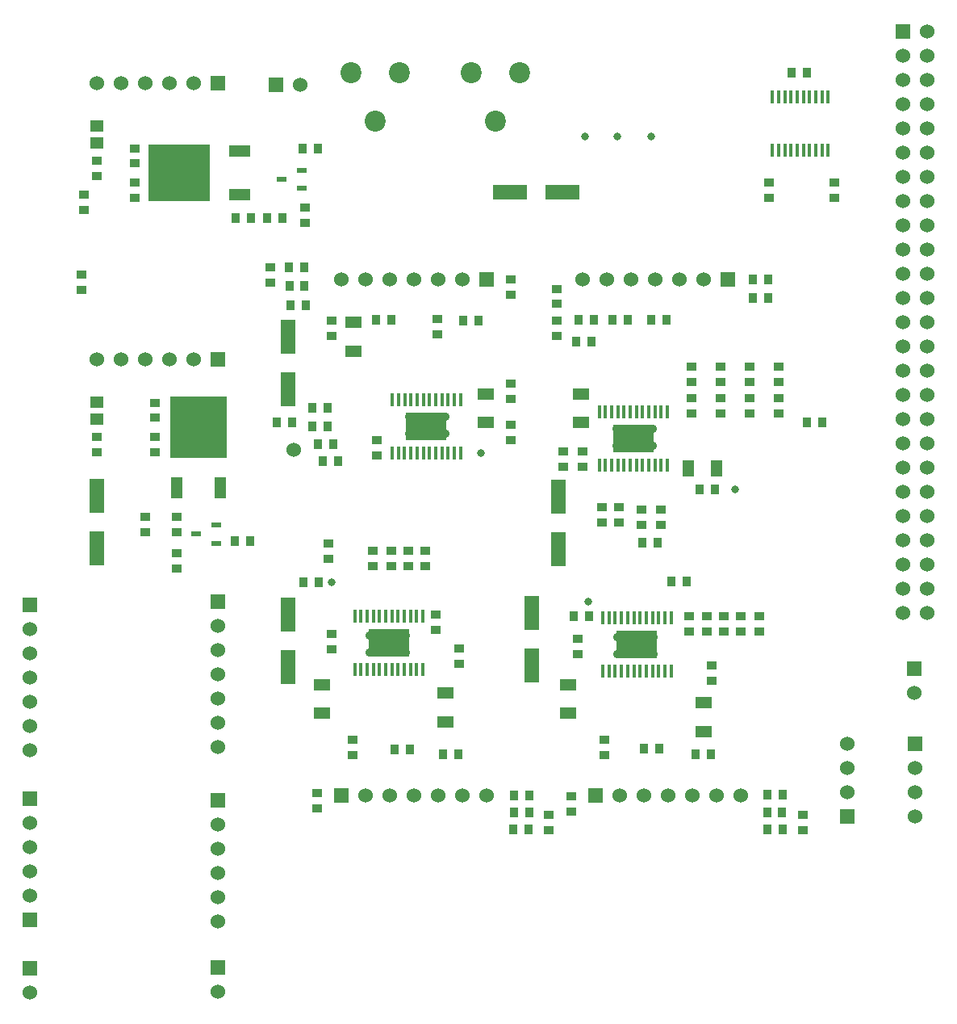
<source format=gts>
G04 (created by PCBNEW (2013-05-18 BZR 4017)-stable) date Thu 09 Jul 2015 13:03:17 BST*
%MOIN*%
G04 Gerber Fmt 3.4, Leading zero omitted, Abs format*
%FSLAX34Y34*%
G01*
G70*
G90*
G04 APERTURE LIST*
%ADD10C,0.00590551*%
%ADD11R,0.0906X0.0512*%
%ADD12R,0.2559X0.2323*%
%ADD13C,0.0315*%
%ADD14R,0.0165X0.0579*%
%ADD15C,0.06*%
%ADD16R,0.0394X0.0236*%
%ADD17R,0.0709X0.0453*%
%ADD18R,0.0374X0.0394*%
%ADD19R,0.0394X0.0374*%
%ADD20R,0.06X0.06*%
%ADD21R,0.0512X0.0906*%
%ADD22R,0.2323X0.2559*%
%ADD23R,0.1417X0.063*%
%ADD24R,0.063X0.1417*%
%ADD25R,0.0571X0.0453*%
%ADD26C,0.0866*%
%ADD27R,0.1701X0.1181*%
%ADD28C,0.0354*%
%ADD29R,0.0453X0.0709*%
G04 APERTURE END LIST*
G54D10*
G54D11*
X41500Y-26400D03*
G54D12*
X39000Y-25500D03*
G54D11*
X41500Y-24600D03*
G54D13*
X51450Y-37050D03*
X45300Y-42400D03*
G54D14*
X64522Y-24552D03*
X64778Y-24552D03*
X65034Y-24552D03*
X65290Y-24552D03*
X63758Y-22350D03*
X63754Y-24552D03*
X64010Y-24552D03*
X64266Y-24552D03*
X65546Y-22348D03*
X65290Y-22348D03*
X65034Y-22348D03*
X64778Y-22348D03*
X64522Y-22348D03*
X64266Y-22348D03*
X65546Y-24552D03*
X64010Y-22350D03*
X63498Y-24552D03*
X65802Y-24552D03*
X65802Y-22348D03*
X63498Y-22348D03*
G54D15*
X43708Y-36904D03*
G54D16*
X40516Y-40775D03*
X39684Y-40400D03*
X40516Y-40025D03*
X44066Y-26125D03*
X43234Y-25750D03*
X44066Y-25375D03*
G54D17*
X51650Y-34609D03*
X51650Y-35791D03*
X46200Y-32841D03*
X46200Y-31659D03*
X44900Y-46609D03*
X44900Y-47791D03*
X50000Y-46959D03*
X50000Y-48141D03*
G54D18*
X53415Y-52600D03*
X52785Y-52600D03*
X45365Y-36700D03*
X44735Y-36700D03*
X43535Y-29400D03*
X44165Y-29400D03*
X64285Y-21350D03*
X64915Y-21350D03*
X41965Y-27350D03*
X41335Y-27350D03*
G54D19*
X35600Y-25615D03*
X35600Y-24985D03*
X35600Y-37015D03*
X35600Y-36385D03*
X37150Y-25885D03*
X37150Y-26515D03*
X38000Y-36385D03*
X38000Y-37015D03*
X38900Y-41815D03*
X38900Y-41185D03*
X44200Y-26935D03*
X44200Y-27565D03*
G54D18*
X41285Y-40700D03*
X41915Y-40700D03*
G54D19*
X38900Y-40315D03*
X38900Y-39685D03*
X47750Y-41715D03*
X47750Y-41085D03*
X47000Y-41085D03*
X47000Y-41715D03*
X50550Y-45135D03*
X50550Y-45765D03*
X45300Y-31585D03*
X45300Y-32215D03*
G54D18*
X44935Y-37400D03*
X45565Y-37400D03*
X43265Y-27350D03*
X42635Y-27350D03*
X43585Y-30950D03*
X44215Y-30950D03*
X53465Y-51200D03*
X52835Y-51200D03*
G54D19*
X63350Y-26515D03*
X63350Y-25885D03*
G54D20*
X40600Y-43200D03*
G54D15*
X40600Y-44200D03*
X40600Y-45200D03*
X40600Y-46200D03*
X40600Y-47200D03*
X40600Y-48200D03*
X40600Y-49200D03*
G54D20*
X32829Y-43313D03*
G54D15*
X32829Y-44313D03*
X32829Y-45313D03*
X32829Y-46313D03*
X32829Y-47313D03*
X32829Y-48313D03*
X32829Y-49313D03*
G54D20*
X45700Y-51181D03*
G54D15*
X46700Y-51181D03*
X47700Y-51181D03*
X48700Y-51181D03*
X49700Y-51181D03*
X50700Y-51181D03*
X51700Y-51181D03*
G54D20*
X51700Y-29900D03*
G54D15*
X50700Y-29900D03*
X49700Y-29900D03*
X48700Y-29900D03*
X47700Y-29900D03*
X46700Y-29900D03*
X45700Y-29900D03*
G54D20*
X40600Y-21800D03*
G54D15*
X39600Y-21800D03*
X38600Y-21800D03*
X37600Y-21800D03*
X36600Y-21800D03*
X35600Y-21800D03*
G54D20*
X66600Y-52050D03*
G54D15*
X66600Y-51050D03*
X66600Y-50050D03*
X66600Y-49050D03*
G54D20*
X69400Y-49050D03*
G54D15*
X69400Y-50050D03*
X69400Y-51050D03*
X69400Y-52050D03*
G54D20*
X32829Y-58313D03*
G54D15*
X32829Y-59313D03*
G54D20*
X69350Y-45950D03*
G54D15*
X69350Y-46950D03*
G54D20*
X68874Y-19639D03*
G54D15*
X69874Y-19639D03*
X68874Y-24639D03*
X69874Y-20639D03*
X68874Y-25639D03*
X69874Y-21639D03*
X68874Y-26639D03*
X69874Y-22639D03*
X68874Y-27639D03*
X69874Y-23639D03*
X68874Y-28639D03*
X69874Y-24639D03*
X68874Y-29639D03*
X69874Y-25639D03*
X68874Y-30639D03*
X69874Y-26639D03*
X68874Y-31639D03*
X69874Y-27639D03*
X68874Y-32639D03*
X69874Y-28639D03*
X68874Y-33639D03*
X69874Y-29639D03*
X68874Y-34639D03*
X69874Y-30639D03*
X69874Y-31639D03*
X68874Y-35639D03*
X69874Y-32639D03*
X69874Y-34639D03*
X69874Y-35639D03*
X69874Y-36639D03*
X69874Y-37639D03*
X68874Y-36639D03*
X68874Y-37639D03*
X68874Y-20639D03*
X68874Y-21639D03*
X68874Y-22639D03*
X68874Y-23639D03*
X68874Y-38639D03*
X69874Y-38639D03*
X69874Y-33639D03*
X68874Y-39639D03*
X69874Y-39639D03*
X68874Y-40639D03*
X69874Y-40639D03*
X68874Y-41639D03*
X69874Y-41639D03*
X68874Y-42639D03*
X69874Y-42639D03*
X68874Y-43639D03*
X69874Y-43639D03*
G54D19*
X38000Y-34985D03*
X38000Y-35600D03*
X37150Y-24485D03*
X37150Y-25100D03*
G54D18*
X44165Y-30150D03*
X43550Y-30150D03*
X52835Y-51900D03*
X53450Y-51900D03*
G54D21*
X38900Y-38500D03*
G54D22*
X39800Y-36000D03*
G54D21*
X40700Y-38500D03*
G54D23*
X52667Y-26300D03*
X54833Y-26300D03*
G54D24*
X43500Y-34433D03*
X43500Y-32267D03*
X43500Y-45883D03*
X43500Y-43717D03*
X35600Y-38817D03*
X35600Y-40983D03*
G54D25*
X35600Y-24254D03*
X35600Y-23546D03*
X35600Y-35654D03*
X35600Y-34946D03*
G54D18*
X43665Y-35800D03*
X43035Y-35800D03*
G54D19*
X45300Y-44535D03*
X45300Y-45165D03*
X52700Y-36515D03*
X52700Y-35885D03*
G54D18*
X44765Y-42400D03*
X44135Y-42400D03*
G54D19*
X54250Y-52615D03*
X54250Y-51985D03*
X42750Y-29385D03*
X42750Y-30015D03*
X66050Y-26515D03*
X66050Y-25885D03*
X52700Y-34185D03*
X52700Y-34815D03*
X48450Y-41715D03*
X48450Y-41085D03*
X49150Y-41715D03*
X49150Y-41085D03*
X45150Y-41415D03*
X45150Y-40785D03*
G54D18*
X45115Y-35200D03*
X44485Y-35200D03*
X45115Y-35950D03*
X44485Y-35950D03*
G54D20*
X32829Y-51313D03*
G54D15*
X32829Y-52313D03*
X32829Y-53313D03*
X32829Y-54313D03*
G54D20*
X32829Y-56313D03*
G54D15*
X32829Y-55313D03*
G54D20*
X40600Y-33200D03*
G54D15*
X39600Y-33200D03*
X38600Y-33200D03*
X37600Y-33200D03*
X36600Y-33200D03*
X35600Y-33200D03*
G54D20*
X40600Y-51400D03*
G54D15*
X40600Y-52400D03*
X40600Y-53400D03*
X40600Y-54400D03*
X40600Y-55400D03*
X40600Y-56400D03*
G54D20*
X40600Y-58300D03*
G54D15*
X40600Y-59300D03*
G54D26*
X52050Y-23350D03*
X53050Y-21350D03*
X51050Y-21350D03*
X47100Y-23350D03*
X48100Y-21350D03*
X46100Y-21350D03*
G54D18*
X49885Y-49500D03*
X50515Y-49500D03*
X48515Y-49300D03*
X47885Y-49300D03*
G54D19*
X46150Y-49515D03*
X46150Y-48885D03*
X44700Y-51715D03*
X44700Y-51085D03*
G54D18*
X47765Y-31550D03*
X47135Y-31550D03*
G54D19*
X49650Y-32165D03*
X49650Y-31535D03*
G54D18*
X50735Y-31600D03*
X51365Y-31600D03*
G54D19*
X52700Y-30515D03*
X52700Y-29885D03*
X47150Y-36535D03*
X47150Y-37165D03*
X49600Y-44365D03*
X49600Y-43735D03*
X37600Y-39685D03*
X37600Y-40315D03*
G54D18*
X44715Y-24500D03*
X44085Y-24500D03*
G54D19*
X60150Y-35415D03*
X60150Y-34800D03*
X61350Y-35415D03*
X61350Y-34800D03*
X62550Y-35415D03*
X62550Y-34800D03*
X63750Y-35415D03*
X63750Y-34800D03*
X60150Y-34115D03*
X60150Y-33485D03*
X61350Y-34115D03*
X61350Y-33485D03*
X62550Y-34115D03*
X62550Y-33485D03*
X63750Y-34115D03*
X63750Y-33485D03*
X35050Y-27015D03*
X35050Y-26385D03*
X34950Y-29685D03*
X34950Y-30315D03*
G54D14*
X49072Y-37052D03*
X49328Y-37052D03*
X49584Y-37052D03*
X49840Y-37052D03*
X48308Y-34850D03*
X48304Y-37052D03*
X48560Y-37052D03*
X48816Y-37052D03*
X50096Y-34848D03*
X49840Y-34848D03*
X49584Y-34848D03*
X49328Y-34848D03*
X49072Y-34848D03*
X48816Y-34848D03*
X50096Y-37052D03*
X48560Y-34850D03*
X48048Y-37052D03*
X50352Y-37052D03*
X50352Y-34848D03*
X48048Y-34848D03*
X47793Y-37052D03*
X50607Y-37052D03*
X50607Y-34848D03*
X47793Y-34848D03*
G54D27*
X49200Y-35950D03*
G54D28*
X48500Y-35550D03*
X49000Y-35550D03*
X49500Y-35550D03*
X50000Y-35550D03*
X48750Y-35900D03*
X49250Y-35900D03*
X49750Y-35900D03*
X48500Y-36250D03*
X49000Y-36250D03*
X49500Y-36250D03*
X50000Y-36250D03*
G54D14*
X47778Y-43798D03*
X47522Y-43798D03*
X47266Y-43798D03*
X47010Y-43798D03*
X48542Y-46000D03*
X48546Y-43798D03*
X48290Y-43798D03*
X48034Y-43798D03*
X46754Y-46002D03*
X47010Y-46002D03*
X47266Y-46002D03*
X47522Y-46002D03*
X47778Y-46002D03*
X48034Y-46002D03*
X46754Y-43798D03*
X48290Y-46000D03*
X48802Y-43798D03*
X46498Y-43798D03*
X46498Y-46002D03*
X48802Y-46002D03*
X49057Y-43798D03*
X46243Y-43798D03*
X46243Y-46002D03*
X49057Y-46002D03*
G54D27*
X47650Y-44900D03*
G54D28*
X48350Y-45300D03*
X47850Y-45300D03*
X47350Y-45300D03*
X46850Y-45300D03*
X48100Y-44950D03*
X47600Y-44950D03*
X47100Y-44950D03*
X48350Y-44600D03*
X47850Y-44600D03*
X47350Y-44600D03*
X46850Y-44600D03*
G54D13*
X55900Y-43200D03*
X61950Y-38550D03*
G54D14*
X58028Y-43848D03*
X57772Y-43848D03*
X57516Y-43848D03*
X57260Y-43848D03*
X58792Y-46050D03*
X58796Y-43848D03*
X58540Y-43848D03*
X58284Y-43848D03*
X57004Y-46052D03*
X57260Y-46052D03*
X57516Y-46052D03*
X57772Y-46052D03*
X58028Y-46052D03*
X58284Y-46052D03*
X57004Y-43848D03*
X58540Y-46050D03*
X59052Y-43848D03*
X56748Y-43848D03*
X56748Y-46052D03*
X59052Y-46052D03*
X59307Y-43848D03*
X56493Y-43848D03*
X56493Y-46052D03*
X59307Y-46052D03*
G54D27*
X57900Y-44950D03*
G54D28*
X58600Y-45350D03*
X58100Y-45350D03*
X57600Y-45350D03*
X57100Y-45350D03*
X58350Y-45000D03*
X57850Y-45000D03*
X57350Y-45000D03*
X58600Y-44650D03*
X58100Y-44650D03*
X57600Y-44650D03*
X57100Y-44650D03*
G54D14*
X57622Y-37552D03*
X57878Y-37552D03*
X58134Y-37552D03*
X58390Y-37552D03*
X56858Y-35350D03*
X56854Y-37552D03*
X57110Y-37552D03*
X57366Y-37552D03*
X58646Y-35348D03*
X58390Y-35348D03*
X58134Y-35348D03*
X57878Y-35348D03*
X57622Y-35348D03*
X57366Y-35348D03*
X58646Y-37552D03*
X57110Y-35350D03*
X56598Y-37552D03*
X58902Y-37552D03*
X58902Y-35348D03*
X56598Y-35348D03*
X56343Y-37552D03*
X59157Y-37552D03*
X59157Y-35348D03*
X56343Y-35348D03*
G54D27*
X57750Y-36450D03*
G54D28*
X57050Y-36050D03*
X57550Y-36050D03*
X58050Y-36050D03*
X58550Y-36050D03*
X57300Y-36400D03*
X57800Y-36400D03*
X58300Y-36400D03*
X57050Y-36750D03*
X57550Y-36750D03*
X58050Y-36750D03*
X58550Y-36750D03*
G54D17*
X55600Y-34609D03*
X55600Y-35791D03*
G54D29*
X61191Y-37700D03*
X60009Y-37700D03*
G54D17*
X60650Y-47359D03*
X60650Y-48541D03*
X55050Y-46609D03*
X55050Y-47791D03*
G54D19*
X62200Y-44415D03*
X62200Y-43785D03*
X62950Y-43785D03*
X62950Y-44415D03*
G54D18*
X64935Y-35800D03*
X65565Y-35800D03*
G54D19*
X58900Y-40015D03*
X58900Y-39385D03*
X58100Y-39385D03*
X58100Y-40015D03*
G54D20*
X61650Y-29900D03*
G54D15*
X60650Y-29900D03*
X59650Y-29900D03*
X58650Y-29900D03*
X57650Y-29900D03*
X56650Y-29900D03*
X55650Y-29900D03*
G54D20*
X56200Y-51181D03*
G54D15*
X57200Y-51181D03*
X58200Y-51181D03*
X59200Y-51181D03*
X60200Y-51181D03*
X61200Y-51181D03*
X62200Y-51181D03*
G54D24*
X54650Y-38867D03*
X54650Y-41033D03*
X53550Y-45833D03*
X53550Y-43667D03*
G54D18*
X61115Y-38550D03*
X60485Y-38550D03*
X58485Y-31550D03*
X59115Y-31550D03*
X62685Y-30650D03*
X63315Y-30650D03*
X63315Y-29900D03*
X62685Y-29900D03*
X60335Y-49500D03*
X60965Y-49500D03*
G54D19*
X57150Y-39285D03*
X57150Y-39915D03*
G54D18*
X58815Y-49250D03*
X58185Y-49250D03*
G54D19*
X56450Y-39285D03*
X56450Y-39915D03*
X56550Y-49515D03*
X56550Y-48885D03*
G54D18*
X58765Y-40750D03*
X58135Y-40750D03*
G54D19*
X55200Y-51865D03*
X55200Y-51235D03*
G54D18*
X59335Y-42350D03*
X59965Y-42350D03*
G54D19*
X60050Y-43785D03*
X60050Y-44415D03*
X60800Y-43785D03*
X60800Y-44415D03*
X55650Y-36985D03*
X55650Y-37615D03*
X61500Y-43785D03*
X61500Y-44415D03*
X55450Y-44735D03*
X55450Y-45365D03*
X54850Y-36985D03*
X54850Y-37615D03*
G54D18*
X57515Y-31550D03*
X56885Y-31550D03*
X55915Y-43800D03*
X55285Y-43800D03*
G54D19*
X61000Y-45835D03*
X61000Y-46465D03*
G54D18*
X63915Y-51150D03*
X63285Y-51150D03*
G54D19*
X54600Y-31585D03*
X54600Y-32215D03*
G54D18*
X56015Y-32450D03*
X55385Y-32450D03*
X63915Y-52600D03*
X63285Y-52600D03*
X63285Y-51900D03*
X63900Y-51900D03*
G54D19*
X54600Y-30285D03*
X54600Y-30900D03*
G54D18*
X55485Y-31550D03*
X56115Y-31550D03*
G54D19*
X64750Y-52615D03*
X64750Y-51985D03*
G54D20*
X43000Y-21850D03*
G54D15*
X44000Y-21850D03*
G54D13*
X58500Y-24000D03*
X57100Y-24000D03*
X55750Y-24000D03*
M02*

</source>
